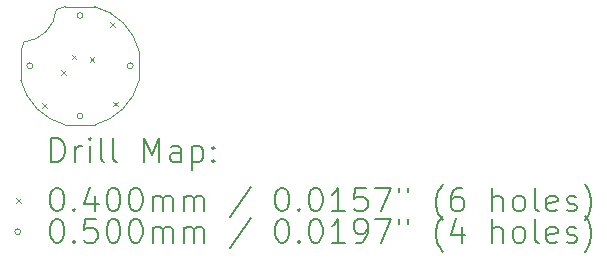
<source format=gbr>
%TF.GenerationSoftware,KiCad,Pcbnew,7.0.5-1.fc38*%
%TF.CreationDate,2023-07-07T14:12:07-04:00*%
%TF.ProjectId,bno085-i2c-board-v3-panel-base,626e6f30-3835-42d6-9932-632d626f6172,rev?*%
%TF.SameCoordinates,Original*%
%TF.FileFunction,Drillmap*%
%TF.FilePolarity,Positive*%
%FSLAX45Y45*%
G04 Gerber Fmt 4.5, Leading zero omitted, Abs format (unit mm)*
G04 Created by KiCad (PCBNEW 7.0.5-1.fc38) date 2023-07-07 14:12:07*
%MOMM*%
%LPD*%
G01*
G04 APERTURE LIST*
%ADD10C,0.050000*%
%ADD11C,0.200000*%
%ADD12C,0.040000*%
G04 APERTURE END LIST*
D10*
X8325457Y-6423918D02*
G75*
G03*
X8300000Y-6500000I474553J-201082D01*
G01*
X8300000Y-6750000D02*
X8300000Y-6500000D01*
X8675000Y-6125000D02*
G75*
G03*
X8598918Y-6150457I125000J-500010D01*
G01*
X8325457Y-6423918D02*
G75*
G03*
X8598918Y-6150457I-25457J298918D01*
G01*
X8925000Y-7125000D02*
G75*
G03*
X9300000Y-6750000I-125000J500000D01*
G01*
X8300000Y-6750000D02*
G75*
G03*
X8675000Y-7125000I500000J125000D01*
G01*
X8925000Y-6125000D02*
X8675000Y-6125000D01*
X8925000Y-7125000D02*
X8675000Y-7125000D01*
X9300000Y-6500000D02*
G75*
G03*
X8925000Y-6125000I-500000J-125000D01*
G01*
X9300000Y-6750000D02*
X9300000Y-6500000D01*
D11*
D12*
X8480686Y-6940340D02*
X8520686Y-6980340D01*
X8520686Y-6940340D02*
X8480686Y-6980340D01*
X8637845Y-6665305D02*
X8677845Y-6705305D01*
X8677845Y-6665305D02*
X8637845Y-6705305D01*
X8730000Y-6530000D02*
X8770000Y-6570000D01*
X8770000Y-6530000D02*
X8730000Y-6570000D01*
X8881230Y-6553770D02*
X8921230Y-6593770D01*
X8921230Y-6553770D02*
X8881230Y-6593770D01*
X9055000Y-6255000D02*
X9095000Y-6295000D01*
X9095000Y-6255000D02*
X9055000Y-6295000D01*
X9080000Y-6930000D02*
X9120000Y-6970000D01*
X9120000Y-6930000D02*
X9080000Y-6970000D01*
D10*
X8400000Y-6625000D02*
G75*
G03*
X8400000Y-6625000I-25000J0D01*
G01*
X8825000Y-6200000D02*
G75*
G03*
X8825000Y-6200000I-25000J0D01*
G01*
X8825000Y-7050000D02*
G75*
G03*
X8825000Y-7050000I-25000J0D01*
G01*
X9250000Y-6625000D02*
G75*
G03*
X9250000Y-6625000I-25000J0D01*
G01*
D11*
X8558277Y-7438984D02*
X8558277Y-7238984D01*
X8558277Y-7238984D02*
X8605896Y-7238984D01*
X8605896Y-7238984D02*
X8634467Y-7248508D01*
X8634467Y-7248508D02*
X8653515Y-7267555D01*
X8653515Y-7267555D02*
X8663039Y-7286603D01*
X8663039Y-7286603D02*
X8672563Y-7324698D01*
X8672563Y-7324698D02*
X8672563Y-7353269D01*
X8672563Y-7353269D02*
X8663039Y-7391365D01*
X8663039Y-7391365D02*
X8653515Y-7410412D01*
X8653515Y-7410412D02*
X8634467Y-7429460D01*
X8634467Y-7429460D02*
X8605896Y-7438984D01*
X8605896Y-7438984D02*
X8558277Y-7438984D01*
X8758277Y-7438984D02*
X8758277Y-7305650D01*
X8758277Y-7343746D02*
X8767801Y-7324698D01*
X8767801Y-7324698D02*
X8777324Y-7315174D01*
X8777324Y-7315174D02*
X8796372Y-7305650D01*
X8796372Y-7305650D02*
X8815420Y-7305650D01*
X8882086Y-7438984D02*
X8882086Y-7305650D01*
X8882086Y-7238984D02*
X8872563Y-7248508D01*
X8872563Y-7248508D02*
X8882086Y-7258031D01*
X8882086Y-7258031D02*
X8891610Y-7248508D01*
X8891610Y-7248508D02*
X8882086Y-7238984D01*
X8882086Y-7238984D02*
X8882086Y-7258031D01*
X9005896Y-7438984D02*
X8986848Y-7429460D01*
X8986848Y-7429460D02*
X8977324Y-7410412D01*
X8977324Y-7410412D02*
X8977324Y-7238984D01*
X9110658Y-7438984D02*
X9091610Y-7429460D01*
X9091610Y-7429460D02*
X9082086Y-7410412D01*
X9082086Y-7410412D02*
X9082086Y-7238984D01*
X9339229Y-7438984D02*
X9339229Y-7238984D01*
X9339229Y-7238984D02*
X9405896Y-7381841D01*
X9405896Y-7381841D02*
X9472563Y-7238984D01*
X9472563Y-7238984D02*
X9472563Y-7438984D01*
X9653515Y-7438984D02*
X9653515Y-7334222D01*
X9653515Y-7334222D02*
X9643991Y-7315174D01*
X9643991Y-7315174D02*
X9624944Y-7305650D01*
X9624944Y-7305650D02*
X9586848Y-7305650D01*
X9586848Y-7305650D02*
X9567801Y-7315174D01*
X9653515Y-7429460D02*
X9634467Y-7438984D01*
X9634467Y-7438984D02*
X9586848Y-7438984D01*
X9586848Y-7438984D02*
X9567801Y-7429460D01*
X9567801Y-7429460D02*
X9558277Y-7410412D01*
X9558277Y-7410412D02*
X9558277Y-7391365D01*
X9558277Y-7391365D02*
X9567801Y-7372317D01*
X9567801Y-7372317D02*
X9586848Y-7362793D01*
X9586848Y-7362793D02*
X9634467Y-7362793D01*
X9634467Y-7362793D02*
X9653515Y-7353269D01*
X9748753Y-7305650D02*
X9748753Y-7505650D01*
X9748753Y-7315174D02*
X9767801Y-7305650D01*
X9767801Y-7305650D02*
X9805896Y-7305650D01*
X9805896Y-7305650D02*
X9824944Y-7315174D01*
X9824944Y-7315174D02*
X9834467Y-7324698D01*
X9834467Y-7324698D02*
X9843991Y-7343746D01*
X9843991Y-7343746D02*
X9843991Y-7400888D01*
X9843991Y-7400888D02*
X9834467Y-7419936D01*
X9834467Y-7419936D02*
X9824944Y-7429460D01*
X9824944Y-7429460D02*
X9805896Y-7438984D01*
X9805896Y-7438984D02*
X9767801Y-7438984D01*
X9767801Y-7438984D02*
X9748753Y-7429460D01*
X9929705Y-7419936D02*
X9939229Y-7429460D01*
X9939229Y-7429460D02*
X9929705Y-7438984D01*
X9929705Y-7438984D02*
X9920182Y-7429460D01*
X9920182Y-7429460D02*
X9929705Y-7419936D01*
X9929705Y-7419936D02*
X9929705Y-7438984D01*
X9929705Y-7315174D02*
X9939229Y-7324698D01*
X9939229Y-7324698D02*
X9929705Y-7334222D01*
X9929705Y-7334222D02*
X9920182Y-7324698D01*
X9920182Y-7324698D02*
X9929705Y-7315174D01*
X9929705Y-7315174D02*
X9929705Y-7334222D01*
D12*
X8257500Y-7747500D02*
X8297500Y-7787500D01*
X8297500Y-7747500D02*
X8257500Y-7787500D01*
D11*
X8596372Y-7658984D02*
X8615420Y-7658984D01*
X8615420Y-7658984D02*
X8634467Y-7668508D01*
X8634467Y-7668508D02*
X8643991Y-7678031D01*
X8643991Y-7678031D02*
X8653515Y-7697079D01*
X8653515Y-7697079D02*
X8663039Y-7735174D01*
X8663039Y-7735174D02*
X8663039Y-7782793D01*
X8663039Y-7782793D02*
X8653515Y-7820888D01*
X8653515Y-7820888D02*
X8643991Y-7839936D01*
X8643991Y-7839936D02*
X8634467Y-7849460D01*
X8634467Y-7849460D02*
X8615420Y-7858984D01*
X8615420Y-7858984D02*
X8596372Y-7858984D01*
X8596372Y-7858984D02*
X8577324Y-7849460D01*
X8577324Y-7849460D02*
X8567801Y-7839936D01*
X8567801Y-7839936D02*
X8558277Y-7820888D01*
X8558277Y-7820888D02*
X8548753Y-7782793D01*
X8548753Y-7782793D02*
X8548753Y-7735174D01*
X8548753Y-7735174D02*
X8558277Y-7697079D01*
X8558277Y-7697079D02*
X8567801Y-7678031D01*
X8567801Y-7678031D02*
X8577324Y-7668508D01*
X8577324Y-7668508D02*
X8596372Y-7658984D01*
X8748753Y-7839936D02*
X8758277Y-7849460D01*
X8758277Y-7849460D02*
X8748753Y-7858984D01*
X8748753Y-7858984D02*
X8739229Y-7849460D01*
X8739229Y-7849460D02*
X8748753Y-7839936D01*
X8748753Y-7839936D02*
X8748753Y-7858984D01*
X8929705Y-7725650D02*
X8929705Y-7858984D01*
X8882086Y-7649460D02*
X8834467Y-7792317D01*
X8834467Y-7792317D02*
X8958277Y-7792317D01*
X9072563Y-7658984D02*
X9091610Y-7658984D01*
X9091610Y-7658984D02*
X9110658Y-7668508D01*
X9110658Y-7668508D02*
X9120182Y-7678031D01*
X9120182Y-7678031D02*
X9129705Y-7697079D01*
X9129705Y-7697079D02*
X9139229Y-7735174D01*
X9139229Y-7735174D02*
X9139229Y-7782793D01*
X9139229Y-7782793D02*
X9129705Y-7820888D01*
X9129705Y-7820888D02*
X9120182Y-7839936D01*
X9120182Y-7839936D02*
X9110658Y-7849460D01*
X9110658Y-7849460D02*
X9091610Y-7858984D01*
X9091610Y-7858984D02*
X9072563Y-7858984D01*
X9072563Y-7858984D02*
X9053515Y-7849460D01*
X9053515Y-7849460D02*
X9043991Y-7839936D01*
X9043991Y-7839936D02*
X9034467Y-7820888D01*
X9034467Y-7820888D02*
X9024944Y-7782793D01*
X9024944Y-7782793D02*
X9024944Y-7735174D01*
X9024944Y-7735174D02*
X9034467Y-7697079D01*
X9034467Y-7697079D02*
X9043991Y-7678031D01*
X9043991Y-7678031D02*
X9053515Y-7668508D01*
X9053515Y-7668508D02*
X9072563Y-7658984D01*
X9263039Y-7658984D02*
X9282086Y-7658984D01*
X9282086Y-7658984D02*
X9301134Y-7668508D01*
X9301134Y-7668508D02*
X9310658Y-7678031D01*
X9310658Y-7678031D02*
X9320182Y-7697079D01*
X9320182Y-7697079D02*
X9329705Y-7735174D01*
X9329705Y-7735174D02*
X9329705Y-7782793D01*
X9329705Y-7782793D02*
X9320182Y-7820888D01*
X9320182Y-7820888D02*
X9310658Y-7839936D01*
X9310658Y-7839936D02*
X9301134Y-7849460D01*
X9301134Y-7849460D02*
X9282086Y-7858984D01*
X9282086Y-7858984D02*
X9263039Y-7858984D01*
X9263039Y-7858984D02*
X9243991Y-7849460D01*
X9243991Y-7849460D02*
X9234467Y-7839936D01*
X9234467Y-7839936D02*
X9224944Y-7820888D01*
X9224944Y-7820888D02*
X9215420Y-7782793D01*
X9215420Y-7782793D02*
X9215420Y-7735174D01*
X9215420Y-7735174D02*
X9224944Y-7697079D01*
X9224944Y-7697079D02*
X9234467Y-7678031D01*
X9234467Y-7678031D02*
X9243991Y-7668508D01*
X9243991Y-7668508D02*
X9263039Y-7658984D01*
X9415420Y-7858984D02*
X9415420Y-7725650D01*
X9415420Y-7744698D02*
X9424944Y-7735174D01*
X9424944Y-7735174D02*
X9443991Y-7725650D01*
X9443991Y-7725650D02*
X9472563Y-7725650D01*
X9472563Y-7725650D02*
X9491610Y-7735174D01*
X9491610Y-7735174D02*
X9501134Y-7754222D01*
X9501134Y-7754222D02*
X9501134Y-7858984D01*
X9501134Y-7754222D02*
X9510658Y-7735174D01*
X9510658Y-7735174D02*
X9529705Y-7725650D01*
X9529705Y-7725650D02*
X9558277Y-7725650D01*
X9558277Y-7725650D02*
X9577325Y-7735174D01*
X9577325Y-7735174D02*
X9586848Y-7754222D01*
X9586848Y-7754222D02*
X9586848Y-7858984D01*
X9682086Y-7858984D02*
X9682086Y-7725650D01*
X9682086Y-7744698D02*
X9691610Y-7735174D01*
X9691610Y-7735174D02*
X9710658Y-7725650D01*
X9710658Y-7725650D02*
X9739229Y-7725650D01*
X9739229Y-7725650D02*
X9758277Y-7735174D01*
X9758277Y-7735174D02*
X9767801Y-7754222D01*
X9767801Y-7754222D02*
X9767801Y-7858984D01*
X9767801Y-7754222D02*
X9777325Y-7735174D01*
X9777325Y-7735174D02*
X9796372Y-7725650D01*
X9796372Y-7725650D02*
X9824944Y-7725650D01*
X9824944Y-7725650D02*
X9843991Y-7735174D01*
X9843991Y-7735174D02*
X9853515Y-7754222D01*
X9853515Y-7754222D02*
X9853515Y-7858984D01*
X10243991Y-7649460D02*
X10072563Y-7906603D01*
X10501134Y-7658984D02*
X10520182Y-7658984D01*
X10520182Y-7658984D02*
X10539229Y-7668508D01*
X10539229Y-7668508D02*
X10548753Y-7678031D01*
X10548753Y-7678031D02*
X10558277Y-7697079D01*
X10558277Y-7697079D02*
X10567801Y-7735174D01*
X10567801Y-7735174D02*
X10567801Y-7782793D01*
X10567801Y-7782793D02*
X10558277Y-7820888D01*
X10558277Y-7820888D02*
X10548753Y-7839936D01*
X10548753Y-7839936D02*
X10539229Y-7849460D01*
X10539229Y-7849460D02*
X10520182Y-7858984D01*
X10520182Y-7858984D02*
X10501134Y-7858984D01*
X10501134Y-7858984D02*
X10482087Y-7849460D01*
X10482087Y-7849460D02*
X10472563Y-7839936D01*
X10472563Y-7839936D02*
X10463039Y-7820888D01*
X10463039Y-7820888D02*
X10453515Y-7782793D01*
X10453515Y-7782793D02*
X10453515Y-7735174D01*
X10453515Y-7735174D02*
X10463039Y-7697079D01*
X10463039Y-7697079D02*
X10472563Y-7678031D01*
X10472563Y-7678031D02*
X10482087Y-7668508D01*
X10482087Y-7668508D02*
X10501134Y-7658984D01*
X10653515Y-7839936D02*
X10663039Y-7849460D01*
X10663039Y-7849460D02*
X10653515Y-7858984D01*
X10653515Y-7858984D02*
X10643991Y-7849460D01*
X10643991Y-7849460D02*
X10653515Y-7839936D01*
X10653515Y-7839936D02*
X10653515Y-7858984D01*
X10786848Y-7658984D02*
X10805896Y-7658984D01*
X10805896Y-7658984D02*
X10824944Y-7668508D01*
X10824944Y-7668508D02*
X10834468Y-7678031D01*
X10834468Y-7678031D02*
X10843991Y-7697079D01*
X10843991Y-7697079D02*
X10853515Y-7735174D01*
X10853515Y-7735174D02*
X10853515Y-7782793D01*
X10853515Y-7782793D02*
X10843991Y-7820888D01*
X10843991Y-7820888D02*
X10834468Y-7839936D01*
X10834468Y-7839936D02*
X10824944Y-7849460D01*
X10824944Y-7849460D02*
X10805896Y-7858984D01*
X10805896Y-7858984D02*
X10786848Y-7858984D01*
X10786848Y-7858984D02*
X10767801Y-7849460D01*
X10767801Y-7849460D02*
X10758277Y-7839936D01*
X10758277Y-7839936D02*
X10748753Y-7820888D01*
X10748753Y-7820888D02*
X10739229Y-7782793D01*
X10739229Y-7782793D02*
X10739229Y-7735174D01*
X10739229Y-7735174D02*
X10748753Y-7697079D01*
X10748753Y-7697079D02*
X10758277Y-7678031D01*
X10758277Y-7678031D02*
X10767801Y-7668508D01*
X10767801Y-7668508D02*
X10786848Y-7658984D01*
X11043991Y-7858984D02*
X10929706Y-7858984D01*
X10986848Y-7858984D02*
X10986848Y-7658984D01*
X10986848Y-7658984D02*
X10967801Y-7687555D01*
X10967801Y-7687555D02*
X10948753Y-7706603D01*
X10948753Y-7706603D02*
X10929706Y-7716127D01*
X11224944Y-7658984D02*
X11129706Y-7658984D01*
X11129706Y-7658984D02*
X11120182Y-7754222D01*
X11120182Y-7754222D02*
X11129706Y-7744698D01*
X11129706Y-7744698D02*
X11148753Y-7735174D01*
X11148753Y-7735174D02*
X11196372Y-7735174D01*
X11196372Y-7735174D02*
X11215420Y-7744698D01*
X11215420Y-7744698D02*
X11224944Y-7754222D01*
X11224944Y-7754222D02*
X11234467Y-7773269D01*
X11234467Y-7773269D02*
X11234467Y-7820888D01*
X11234467Y-7820888D02*
X11224944Y-7839936D01*
X11224944Y-7839936D02*
X11215420Y-7849460D01*
X11215420Y-7849460D02*
X11196372Y-7858984D01*
X11196372Y-7858984D02*
X11148753Y-7858984D01*
X11148753Y-7858984D02*
X11129706Y-7849460D01*
X11129706Y-7849460D02*
X11120182Y-7839936D01*
X11301134Y-7658984D02*
X11434467Y-7658984D01*
X11434467Y-7658984D02*
X11348753Y-7858984D01*
X11501134Y-7658984D02*
X11501134Y-7697079D01*
X11577325Y-7658984D02*
X11577325Y-7697079D01*
X11872563Y-7935174D02*
X11863039Y-7925650D01*
X11863039Y-7925650D02*
X11843991Y-7897079D01*
X11843991Y-7897079D02*
X11834468Y-7878031D01*
X11834468Y-7878031D02*
X11824944Y-7849460D01*
X11824944Y-7849460D02*
X11815420Y-7801841D01*
X11815420Y-7801841D02*
X11815420Y-7763746D01*
X11815420Y-7763746D02*
X11824944Y-7716127D01*
X11824944Y-7716127D02*
X11834468Y-7687555D01*
X11834468Y-7687555D02*
X11843991Y-7668508D01*
X11843991Y-7668508D02*
X11863039Y-7639936D01*
X11863039Y-7639936D02*
X11872563Y-7630412D01*
X12034468Y-7658984D02*
X11996372Y-7658984D01*
X11996372Y-7658984D02*
X11977325Y-7668508D01*
X11977325Y-7668508D02*
X11967801Y-7678031D01*
X11967801Y-7678031D02*
X11948753Y-7706603D01*
X11948753Y-7706603D02*
X11939229Y-7744698D01*
X11939229Y-7744698D02*
X11939229Y-7820888D01*
X11939229Y-7820888D02*
X11948753Y-7839936D01*
X11948753Y-7839936D02*
X11958277Y-7849460D01*
X11958277Y-7849460D02*
X11977325Y-7858984D01*
X11977325Y-7858984D02*
X12015420Y-7858984D01*
X12015420Y-7858984D02*
X12034468Y-7849460D01*
X12034468Y-7849460D02*
X12043991Y-7839936D01*
X12043991Y-7839936D02*
X12053515Y-7820888D01*
X12053515Y-7820888D02*
X12053515Y-7773269D01*
X12053515Y-7773269D02*
X12043991Y-7754222D01*
X12043991Y-7754222D02*
X12034468Y-7744698D01*
X12034468Y-7744698D02*
X12015420Y-7735174D01*
X12015420Y-7735174D02*
X11977325Y-7735174D01*
X11977325Y-7735174D02*
X11958277Y-7744698D01*
X11958277Y-7744698D02*
X11948753Y-7754222D01*
X11948753Y-7754222D02*
X11939229Y-7773269D01*
X12291610Y-7858984D02*
X12291610Y-7658984D01*
X12377325Y-7858984D02*
X12377325Y-7754222D01*
X12377325Y-7754222D02*
X12367801Y-7735174D01*
X12367801Y-7735174D02*
X12348753Y-7725650D01*
X12348753Y-7725650D02*
X12320182Y-7725650D01*
X12320182Y-7725650D02*
X12301134Y-7735174D01*
X12301134Y-7735174D02*
X12291610Y-7744698D01*
X12501134Y-7858984D02*
X12482087Y-7849460D01*
X12482087Y-7849460D02*
X12472563Y-7839936D01*
X12472563Y-7839936D02*
X12463039Y-7820888D01*
X12463039Y-7820888D02*
X12463039Y-7763746D01*
X12463039Y-7763746D02*
X12472563Y-7744698D01*
X12472563Y-7744698D02*
X12482087Y-7735174D01*
X12482087Y-7735174D02*
X12501134Y-7725650D01*
X12501134Y-7725650D02*
X12529706Y-7725650D01*
X12529706Y-7725650D02*
X12548753Y-7735174D01*
X12548753Y-7735174D02*
X12558277Y-7744698D01*
X12558277Y-7744698D02*
X12567801Y-7763746D01*
X12567801Y-7763746D02*
X12567801Y-7820888D01*
X12567801Y-7820888D02*
X12558277Y-7839936D01*
X12558277Y-7839936D02*
X12548753Y-7849460D01*
X12548753Y-7849460D02*
X12529706Y-7858984D01*
X12529706Y-7858984D02*
X12501134Y-7858984D01*
X12682087Y-7858984D02*
X12663039Y-7849460D01*
X12663039Y-7849460D02*
X12653515Y-7830412D01*
X12653515Y-7830412D02*
X12653515Y-7658984D01*
X12834468Y-7849460D02*
X12815420Y-7858984D01*
X12815420Y-7858984D02*
X12777325Y-7858984D01*
X12777325Y-7858984D02*
X12758277Y-7849460D01*
X12758277Y-7849460D02*
X12748753Y-7830412D01*
X12748753Y-7830412D02*
X12748753Y-7754222D01*
X12748753Y-7754222D02*
X12758277Y-7735174D01*
X12758277Y-7735174D02*
X12777325Y-7725650D01*
X12777325Y-7725650D02*
X12815420Y-7725650D01*
X12815420Y-7725650D02*
X12834468Y-7735174D01*
X12834468Y-7735174D02*
X12843991Y-7754222D01*
X12843991Y-7754222D02*
X12843991Y-7773269D01*
X12843991Y-7773269D02*
X12748753Y-7792317D01*
X12920182Y-7849460D02*
X12939230Y-7858984D01*
X12939230Y-7858984D02*
X12977325Y-7858984D01*
X12977325Y-7858984D02*
X12996372Y-7849460D01*
X12996372Y-7849460D02*
X13005896Y-7830412D01*
X13005896Y-7830412D02*
X13005896Y-7820888D01*
X13005896Y-7820888D02*
X12996372Y-7801841D01*
X12996372Y-7801841D02*
X12977325Y-7792317D01*
X12977325Y-7792317D02*
X12948753Y-7792317D01*
X12948753Y-7792317D02*
X12929706Y-7782793D01*
X12929706Y-7782793D02*
X12920182Y-7763746D01*
X12920182Y-7763746D02*
X12920182Y-7754222D01*
X12920182Y-7754222D02*
X12929706Y-7735174D01*
X12929706Y-7735174D02*
X12948753Y-7725650D01*
X12948753Y-7725650D02*
X12977325Y-7725650D01*
X12977325Y-7725650D02*
X12996372Y-7735174D01*
X13072563Y-7935174D02*
X13082087Y-7925650D01*
X13082087Y-7925650D02*
X13101134Y-7897079D01*
X13101134Y-7897079D02*
X13110658Y-7878031D01*
X13110658Y-7878031D02*
X13120182Y-7849460D01*
X13120182Y-7849460D02*
X13129706Y-7801841D01*
X13129706Y-7801841D02*
X13129706Y-7763746D01*
X13129706Y-7763746D02*
X13120182Y-7716127D01*
X13120182Y-7716127D02*
X13110658Y-7687555D01*
X13110658Y-7687555D02*
X13101134Y-7668508D01*
X13101134Y-7668508D02*
X13082087Y-7639936D01*
X13082087Y-7639936D02*
X13072563Y-7630412D01*
D10*
X8297500Y-8031500D02*
G75*
G03*
X8297500Y-8031500I-25000J0D01*
G01*
D11*
X8596372Y-7922984D02*
X8615420Y-7922984D01*
X8615420Y-7922984D02*
X8634467Y-7932508D01*
X8634467Y-7932508D02*
X8643991Y-7942031D01*
X8643991Y-7942031D02*
X8653515Y-7961079D01*
X8653515Y-7961079D02*
X8663039Y-7999174D01*
X8663039Y-7999174D02*
X8663039Y-8046793D01*
X8663039Y-8046793D02*
X8653515Y-8084888D01*
X8653515Y-8084888D02*
X8643991Y-8103936D01*
X8643991Y-8103936D02*
X8634467Y-8113460D01*
X8634467Y-8113460D02*
X8615420Y-8122984D01*
X8615420Y-8122984D02*
X8596372Y-8122984D01*
X8596372Y-8122984D02*
X8577324Y-8113460D01*
X8577324Y-8113460D02*
X8567801Y-8103936D01*
X8567801Y-8103936D02*
X8558277Y-8084888D01*
X8558277Y-8084888D02*
X8548753Y-8046793D01*
X8548753Y-8046793D02*
X8548753Y-7999174D01*
X8548753Y-7999174D02*
X8558277Y-7961079D01*
X8558277Y-7961079D02*
X8567801Y-7942031D01*
X8567801Y-7942031D02*
X8577324Y-7932508D01*
X8577324Y-7932508D02*
X8596372Y-7922984D01*
X8748753Y-8103936D02*
X8758277Y-8113460D01*
X8758277Y-8113460D02*
X8748753Y-8122984D01*
X8748753Y-8122984D02*
X8739229Y-8113460D01*
X8739229Y-8113460D02*
X8748753Y-8103936D01*
X8748753Y-8103936D02*
X8748753Y-8122984D01*
X8939229Y-7922984D02*
X8843991Y-7922984D01*
X8843991Y-7922984D02*
X8834467Y-8018222D01*
X8834467Y-8018222D02*
X8843991Y-8008698D01*
X8843991Y-8008698D02*
X8863039Y-7999174D01*
X8863039Y-7999174D02*
X8910658Y-7999174D01*
X8910658Y-7999174D02*
X8929705Y-8008698D01*
X8929705Y-8008698D02*
X8939229Y-8018222D01*
X8939229Y-8018222D02*
X8948753Y-8037269D01*
X8948753Y-8037269D02*
X8948753Y-8084888D01*
X8948753Y-8084888D02*
X8939229Y-8103936D01*
X8939229Y-8103936D02*
X8929705Y-8113460D01*
X8929705Y-8113460D02*
X8910658Y-8122984D01*
X8910658Y-8122984D02*
X8863039Y-8122984D01*
X8863039Y-8122984D02*
X8843991Y-8113460D01*
X8843991Y-8113460D02*
X8834467Y-8103936D01*
X9072563Y-7922984D02*
X9091610Y-7922984D01*
X9091610Y-7922984D02*
X9110658Y-7932508D01*
X9110658Y-7932508D02*
X9120182Y-7942031D01*
X9120182Y-7942031D02*
X9129705Y-7961079D01*
X9129705Y-7961079D02*
X9139229Y-7999174D01*
X9139229Y-7999174D02*
X9139229Y-8046793D01*
X9139229Y-8046793D02*
X9129705Y-8084888D01*
X9129705Y-8084888D02*
X9120182Y-8103936D01*
X9120182Y-8103936D02*
X9110658Y-8113460D01*
X9110658Y-8113460D02*
X9091610Y-8122984D01*
X9091610Y-8122984D02*
X9072563Y-8122984D01*
X9072563Y-8122984D02*
X9053515Y-8113460D01*
X9053515Y-8113460D02*
X9043991Y-8103936D01*
X9043991Y-8103936D02*
X9034467Y-8084888D01*
X9034467Y-8084888D02*
X9024944Y-8046793D01*
X9024944Y-8046793D02*
X9024944Y-7999174D01*
X9024944Y-7999174D02*
X9034467Y-7961079D01*
X9034467Y-7961079D02*
X9043991Y-7942031D01*
X9043991Y-7942031D02*
X9053515Y-7932508D01*
X9053515Y-7932508D02*
X9072563Y-7922984D01*
X9263039Y-7922984D02*
X9282086Y-7922984D01*
X9282086Y-7922984D02*
X9301134Y-7932508D01*
X9301134Y-7932508D02*
X9310658Y-7942031D01*
X9310658Y-7942031D02*
X9320182Y-7961079D01*
X9320182Y-7961079D02*
X9329705Y-7999174D01*
X9329705Y-7999174D02*
X9329705Y-8046793D01*
X9329705Y-8046793D02*
X9320182Y-8084888D01*
X9320182Y-8084888D02*
X9310658Y-8103936D01*
X9310658Y-8103936D02*
X9301134Y-8113460D01*
X9301134Y-8113460D02*
X9282086Y-8122984D01*
X9282086Y-8122984D02*
X9263039Y-8122984D01*
X9263039Y-8122984D02*
X9243991Y-8113460D01*
X9243991Y-8113460D02*
X9234467Y-8103936D01*
X9234467Y-8103936D02*
X9224944Y-8084888D01*
X9224944Y-8084888D02*
X9215420Y-8046793D01*
X9215420Y-8046793D02*
X9215420Y-7999174D01*
X9215420Y-7999174D02*
X9224944Y-7961079D01*
X9224944Y-7961079D02*
X9234467Y-7942031D01*
X9234467Y-7942031D02*
X9243991Y-7932508D01*
X9243991Y-7932508D02*
X9263039Y-7922984D01*
X9415420Y-8122984D02*
X9415420Y-7989650D01*
X9415420Y-8008698D02*
X9424944Y-7999174D01*
X9424944Y-7999174D02*
X9443991Y-7989650D01*
X9443991Y-7989650D02*
X9472563Y-7989650D01*
X9472563Y-7989650D02*
X9491610Y-7999174D01*
X9491610Y-7999174D02*
X9501134Y-8018222D01*
X9501134Y-8018222D02*
X9501134Y-8122984D01*
X9501134Y-8018222D02*
X9510658Y-7999174D01*
X9510658Y-7999174D02*
X9529705Y-7989650D01*
X9529705Y-7989650D02*
X9558277Y-7989650D01*
X9558277Y-7989650D02*
X9577325Y-7999174D01*
X9577325Y-7999174D02*
X9586848Y-8018222D01*
X9586848Y-8018222D02*
X9586848Y-8122984D01*
X9682086Y-8122984D02*
X9682086Y-7989650D01*
X9682086Y-8008698D02*
X9691610Y-7999174D01*
X9691610Y-7999174D02*
X9710658Y-7989650D01*
X9710658Y-7989650D02*
X9739229Y-7989650D01*
X9739229Y-7989650D02*
X9758277Y-7999174D01*
X9758277Y-7999174D02*
X9767801Y-8018222D01*
X9767801Y-8018222D02*
X9767801Y-8122984D01*
X9767801Y-8018222D02*
X9777325Y-7999174D01*
X9777325Y-7999174D02*
X9796372Y-7989650D01*
X9796372Y-7989650D02*
X9824944Y-7989650D01*
X9824944Y-7989650D02*
X9843991Y-7999174D01*
X9843991Y-7999174D02*
X9853515Y-8018222D01*
X9853515Y-8018222D02*
X9853515Y-8122984D01*
X10243991Y-7913460D02*
X10072563Y-8170603D01*
X10501134Y-7922984D02*
X10520182Y-7922984D01*
X10520182Y-7922984D02*
X10539229Y-7932508D01*
X10539229Y-7932508D02*
X10548753Y-7942031D01*
X10548753Y-7942031D02*
X10558277Y-7961079D01*
X10558277Y-7961079D02*
X10567801Y-7999174D01*
X10567801Y-7999174D02*
X10567801Y-8046793D01*
X10567801Y-8046793D02*
X10558277Y-8084888D01*
X10558277Y-8084888D02*
X10548753Y-8103936D01*
X10548753Y-8103936D02*
X10539229Y-8113460D01*
X10539229Y-8113460D02*
X10520182Y-8122984D01*
X10520182Y-8122984D02*
X10501134Y-8122984D01*
X10501134Y-8122984D02*
X10482087Y-8113460D01*
X10482087Y-8113460D02*
X10472563Y-8103936D01*
X10472563Y-8103936D02*
X10463039Y-8084888D01*
X10463039Y-8084888D02*
X10453515Y-8046793D01*
X10453515Y-8046793D02*
X10453515Y-7999174D01*
X10453515Y-7999174D02*
X10463039Y-7961079D01*
X10463039Y-7961079D02*
X10472563Y-7942031D01*
X10472563Y-7942031D02*
X10482087Y-7932508D01*
X10482087Y-7932508D02*
X10501134Y-7922984D01*
X10653515Y-8103936D02*
X10663039Y-8113460D01*
X10663039Y-8113460D02*
X10653515Y-8122984D01*
X10653515Y-8122984D02*
X10643991Y-8113460D01*
X10643991Y-8113460D02*
X10653515Y-8103936D01*
X10653515Y-8103936D02*
X10653515Y-8122984D01*
X10786848Y-7922984D02*
X10805896Y-7922984D01*
X10805896Y-7922984D02*
X10824944Y-7932508D01*
X10824944Y-7932508D02*
X10834468Y-7942031D01*
X10834468Y-7942031D02*
X10843991Y-7961079D01*
X10843991Y-7961079D02*
X10853515Y-7999174D01*
X10853515Y-7999174D02*
X10853515Y-8046793D01*
X10853515Y-8046793D02*
X10843991Y-8084888D01*
X10843991Y-8084888D02*
X10834468Y-8103936D01*
X10834468Y-8103936D02*
X10824944Y-8113460D01*
X10824944Y-8113460D02*
X10805896Y-8122984D01*
X10805896Y-8122984D02*
X10786848Y-8122984D01*
X10786848Y-8122984D02*
X10767801Y-8113460D01*
X10767801Y-8113460D02*
X10758277Y-8103936D01*
X10758277Y-8103936D02*
X10748753Y-8084888D01*
X10748753Y-8084888D02*
X10739229Y-8046793D01*
X10739229Y-8046793D02*
X10739229Y-7999174D01*
X10739229Y-7999174D02*
X10748753Y-7961079D01*
X10748753Y-7961079D02*
X10758277Y-7942031D01*
X10758277Y-7942031D02*
X10767801Y-7932508D01*
X10767801Y-7932508D02*
X10786848Y-7922984D01*
X11043991Y-8122984D02*
X10929706Y-8122984D01*
X10986848Y-8122984D02*
X10986848Y-7922984D01*
X10986848Y-7922984D02*
X10967801Y-7951555D01*
X10967801Y-7951555D02*
X10948753Y-7970603D01*
X10948753Y-7970603D02*
X10929706Y-7980127D01*
X11139229Y-8122984D02*
X11177325Y-8122984D01*
X11177325Y-8122984D02*
X11196372Y-8113460D01*
X11196372Y-8113460D02*
X11205896Y-8103936D01*
X11205896Y-8103936D02*
X11224944Y-8075365D01*
X11224944Y-8075365D02*
X11234467Y-8037269D01*
X11234467Y-8037269D02*
X11234467Y-7961079D01*
X11234467Y-7961079D02*
X11224944Y-7942031D01*
X11224944Y-7942031D02*
X11215420Y-7932508D01*
X11215420Y-7932508D02*
X11196372Y-7922984D01*
X11196372Y-7922984D02*
X11158277Y-7922984D01*
X11158277Y-7922984D02*
X11139229Y-7932508D01*
X11139229Y-7932508D02*
X11129706Y-7942031D01*
X11129706Y-7942031D02*
X11120182Y-7961079D01*
X11120182Y-7961079D02*
X11120182Y-8008698D01*
X11120182Y-8008698D02*
X11129706Y-8027746D01*
X11129706Y-8027746D02*
X11139229Y-8037269D01*
X11139229Y-8037269D02*
X11158277Y-8046793D01*
X11158277Y-8046793D02*
X11196372Y-8046793D01*
X11196372Y-8046793D02*
X11215420Y-8037269D01*
X11215420Y-8037269D02*
X11224944Y-8027746D01*
X11224944Y-8027746D02*
X11234467Y-8008698D01*
X11301134Y-7922984D02*
X11434467Y-7922984D01*
X11434467Y-7922984D02*
X11348753Y-8122984D01*
X11501134Y-7922984D02*
X11501134Y-7961079D01*
X11577325Y-7922984D02*
X11577325Y-7961079D01*
X11872563Y-8199174D02*
X11863039Y-8189650D01*
X11863039Y-8189650D02*
X11843991Y-8161079D01*
X11843991Y-8161079D02*
X11834468Y-8142031D01*
X11834468Y-8142031D02*
X11824944Y-8113460D01*
X11824944Y-8113460D02*
X11815420Y-8065841D01*
X11815420Y-8065841D02*
X11815420Y-8027746D01*
X11815420Y-8027746D02*
X11824944Y-7980127D01*
X11824944Y-7980127D02*
X11834468Y-7951555D01*
X11834468Y-7951555D02*
X11843991Y-7932508D01*
X11843991Y-7932508D02*
X11863039Y-7903936D01*
X11863039Y-7903936D02*
X11872563Y-7894412D01*
X12034468Y-7989650D02*
X12034468Y-8122984D01*
X11986848Y-7913460D02*
X11939229Y-8056317D01*
X11939229Y-8056317D02*
X12063039Y-8056317D01*
X12291610Y-8122984D02*
X12291610Y-7922984D01*
X12377325Y-8122984D02*
X12377325Y-8018222D01*
X12377325Y-8018222D02*
X12367801Y-7999174D01*
X12367801Y-7999174D02*
X12348753Y-7989650D01*
X12348753Y-7989650D02*
X12320182Y-7989650D01*
X12320182Y-7989650D02*
X12301134Y-7999174D01*
X12301134Y-7999174D02*
X12291610Y-8008698D01*
X12501134Y-8122984D02*
X12482087Y-8113460D01*
X12482087Y-8113460D02*
X12472563Y-8103936D01*
X12472563Y-8103936D02*
X12463039Y-8084888D01*
X12463039Y-8084888D02*
X12463039Y-8027746D01*
X12463039Y-8027746D02*
X12472563Y-8008698D01*
X12472563Y-8008698D02*
X12482087Y-7999174D01*
X12482087Y-7999174D02*
X12501134Y-7989650D01*
X12501134Y-7989650D02*
X12529706Y-7989650D01*
X12529706Y-7989650D02*
X12548753Y-7999174D01*
X12548753Y-7999174D02*
X12558277Y-8008698D01*
X12558277Y-8008698D02*
X12567801Y-8027746D01*
X12567801Y-8027746D02*
X12567801Y-8084888D01*
X12567801Y-8084888D02*
X12558277Y-8103936D01*
X12558277Y-8103936D02*
X12548753Y-8113460D01*
X12548753Y-8113460D02*
X12529706Y-8122984D01*
X12529706Y-8122984D02*
X12501134Y-8122984D01*
X12682087Y-8122984D02*
X12663039Y-8113460D01*
X12663039Y-8113460D02*
X12653515Y-8094412D01*
X12653515Y-8094412D02*
X12653515Y-7922984D01*
X12834468Y-8113460D02*
X12815420Y-8122984D01*
X12815420Y-8122984D02*
X12777325Y-8122984D01*
X12777325Y-8122984D02*
X12758277Y-8113460D01*
X12758277Y-8113460D02*
X12748753Y-8094412D01*
X12748753Y-8094412D02*
X12748753Y-8018222D01*
X12748753Y-8018222D02*
X12758277Y-7999174D01*
X12758277Y-7999174D02*
X12777325Y-7989650D01*
X12777325Y-7989650D02*
X12815420Y-7989650D01*
X12815420Y-7989650D02*
X12834468Y-7999174D01*
X12834468Y-7999174D02*
X12843991Y-8018222D01*
X12843991Y-8018222D02*
X12843991Y-8037269D01*
X12843991Y-8037269D02*
X12748753Y-8056317D01*
X12920182Y-8113460D02*
X12939230Y-8122984D01*
X12939230Y-8122984D02*
X12977325Y-8122984D01*
X12977325Y-8122984D02*
X12996372Y-8113460D01*
X12996372Y-8113460D02*
X13005896Y-8094412D01*
X13005896Y-8094412D02*
X13005896Y-8084888D01*
X13005896Y-8084888D02*
X12996372Y-8065841D01*
X12996372Y-8065841D02*
X12977325Y-8056317D01*
X12977325Y-8056317D02*
X12948753Y-8056317D01*
X12948753Y-8056317D02*
X12929706Y-8046793D01*
X12929706Y-8046793D02*
X12920182Y-8027746D01*
X12920182Y-8027746D02*
X12920182Y-8018222D01*
X12920182Y-8018222D02*
X12929706Y-7999174D01*
X12929706Y-7999174D02*
X12948753Y-7989650D01*
X12948753Y-7989650D02*
X12977325Y-7989650D01*
X12977325Y-7989650D02*
X12996372Y-7999174D01*
X13072563Y-8199174D02*
X13082087Y-8189650D01*
X13082087Y-8189650D02*
X13101134Y-8161079D01*
X13101134Y-8161079D02*
X13110658Y-8142031D01*
X13110658Y-8142031D02*
X13120182Y-8113460D01*
X13120182Y-8113460D02*
X13129706Y-8065841D01*
X13129706Y-8065841D02*
X13129706Y-8027746D01*
X13129706Y-8027746D02*
X13120182Y-7980127D01*
X13120182Y-7980127D02*
X13110658Y-7951555D01*
X13110658Y-7951555D02*
X13101134Y-7932508D01*
X13101134Y-7932508D02*
X13082087Y-7903936D01*
X13082087Y-7903936D02*
X13072563Y-7894412D01*
M02*

</source>
